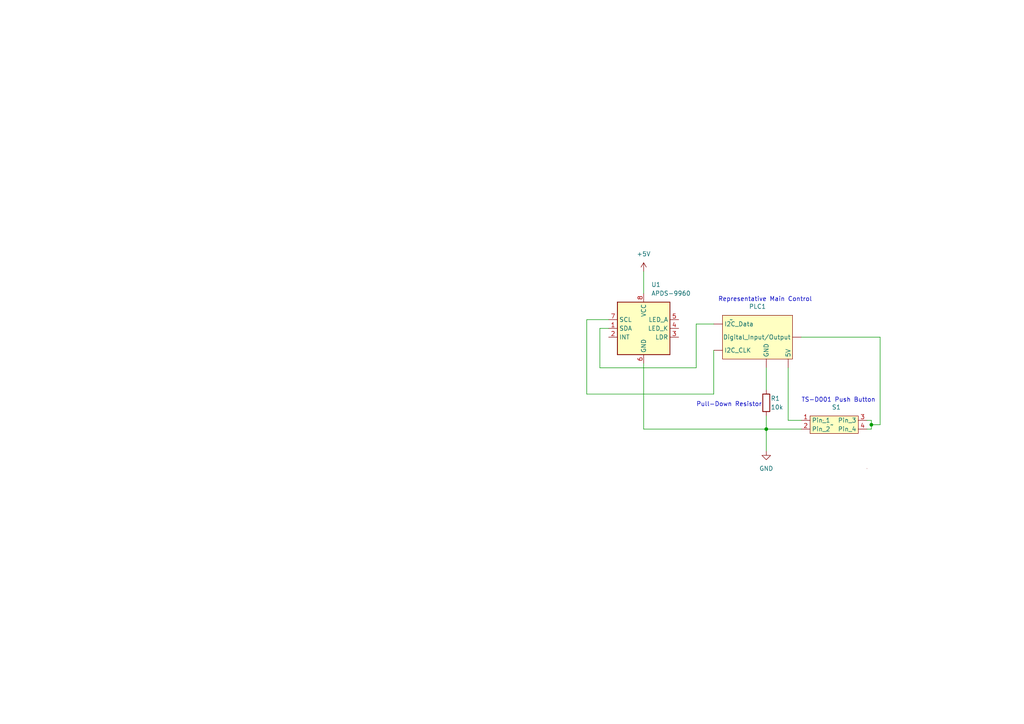
<source format=kicad_sch>
(kicad_sch (version 20230121) (generator eeschema)

  (uuid d0be9ae9-01d9-4942-ae0e-b4ab05aea61d)

  (paper "A4")

  (lib_symbols
    (symbol "Device:R" (pin_numbers hide) (pin_names (offset 0)) (in_bom yes) (on_board yes)
      (property "Reference" "R" (at 2.032 0 90)
        (effects (font (size 1.27 1.27)))
      )
      (property "Value" "R" (at 0 0 90)
        (effects (font (size 1.27 1.27)))
      )
      (property "Footprint" "" (at -1.778 0 90)
        (effects (font (size 1.27 1.27)) hide)
      )
      (property "Datasheet" "~" (at 0 0 0)
        (effects (font (size 1.27 1.27)) hide)
      )
      (property "ki_keywords" "R res resistor" (at 0 0 0)
        (effects (font (size 1.27 1.27)) hide)
      )
      (property "ki_description" "Resistor" (at 0 0 0)
        (effects (font (size 1.27 1.27)) hide)
      )
      (property "ki_fp_filters" "R_*" (at 0 0 0)
        (effects (font (size 1.27 1.27)) hide)
      )
      (symbol "R_0_1"
        (rectangle (start -1.016 -2.54) (end 1.016 2.54)
          (stroke (width 0.254) (type default))
          (fill (type none))
        )
      )
      (symbol "R_1_1"
        (pin passive line (at 0 3.81 270) (length 1.27)
          (name "~" (effects (font (size 1.27 1.27))))
          (number "1" (effects (font (size 1.27 1.27))))
        )
        (pin passive line (at 0 -3.81 90) (length 1.27)
          (name "~" (effects (font (size 1.27 1.27))))
          (number "2" (effects (font (size 1.27 1.27))))
        )
      )
    )
    (symbol "Sensor:APDS-9960" (in_bom yes) (on_board yes)
      (property "Reference" "U" (at -5.08 8.89 0)
        (effects (font (size 1.27 1.27)))
      )
      (property "Value" "APDS-9960" (at 6.35 8.89 0)
        (effects (font (size 1.27 1.27)))
      )
      (property "Footprint" "Sensor:Avago_APDS-9960" (at 0 5.969 0)
        (effects (font (size 1.27 1.27)) hide)
      )
      (property "Datasheet" "https://docs.broadcom.com/doc/AV02-4191EN" (at 0.127 -6.223 0)
        (effects (font (size 1.27 1.27)) hide)
      )
      (property "ki_keywords" "sensor gesture light rgb" (at 0 0 0)
        (effects (font (size 1.27 1.27)) hide)
      )
      (property "ki_description" "Digital Proximity, Ambient Light, RGB and Gesture Sensor" (at 0 0 0)
        (effects (font (size 1.27 1.27)) hide)
      )
      (property "ki_fp_filters" "Avago?APDS?9960*" (at 0 0 0)
        (effects (font (size 1.27 1.27)) hide)
      )
      (symbol "APDS-9960_0_1"
        (rectangle (start -7.62 7.62) (end 7.62 -7.62)
          (stroke (width 0.254) (type default))
          (fill (type background))
        )
      )
      (symbol "APDS-9960_1_1"
        (pin bidirectional line (at -10.16 0 0) (length 2.54)
          (name "SDA" (effects (font (size 1.27 1.27))))
          (number "1" (effects (font (size 1.27 1.27))))
        )
        (pin open_collector line (at -10.16 -2.54 0) (length 2.54)
          (name "INT" (effects (font (size 1.27 1.27))))
          (number "2" (effects (font (size 1.27 1.27))))
        )
        (pin passive line (at 10.16 -2.54 180) (length 2.54)
          (name "LDR" (effects (font (size 1.27 1.27))))
          (number "3" (effects (font (size 1.27 1.27))))
        )
        (pin passive line (at 10.16 0 180) (length 2.54)
          (name "LED_K" (effects (font (size 1.27 1.27))))
          (number "4" (effects (font (size 1.27 1.27))))
        )
        (pin passive line (at 10.16 2.54 180) (length 2.54)
          (name "LED_A" (effects (font (size 1.27 1.27))))
          (number "5" (effects (font (size 1.27 1.27))))
        )
        (pin power_in line (at 0 -10.16 90) (length 2.54)
          (name "GND" (effects (font (size 1.27 1.27))))
          (number "6" (effects (font (size 1.27 1.27))))
        )
        (pin input line (at -10.16 2.54 0) (length 2.54)
          (name "SCL" (effects (font (size 1.27 1.27))))
          (number "7" (effects (font (size 1.27 1.27))))
        )
        (pin power_in line (at 0 10.16 270) (length 2.54)
          (name "VCC" (effects (font (size 1.27 1.27))))
          (number "8" (effects (font (size 1.27 1.27))))
        )
      )
    )
    (symbol "StartSensorUpdate:Main_Control" (in_bom yes) (on_board yes)
      (property "Reference" "PLC" (at 0 3.81 0)
        (effects (font (size 1.27 1.27)))
      )
      (property "Value" "" (at 0 0 0)
        (effects (font (size 1.27 1.27)))
      )
      (property "Footprint" "" (at 0 0 0)
        (effects (font (size 1.27 1.27)) hide)
      )
      (property "Datasheet" "" (at 0 0 0)
        (effects (font (size 1.27 1.27)) hide)
      )
      (symbol "Main_Control_1_1"
        (rectangle (start -2.54 1.27) (end 17.78 -11.43)
          (stroke (width 0) (type default))
          (fill (type background))
        )
        (pin power_out line (at 16.51 -13.97 90) (length 2.54)
          (name "5V" (effects (font (size 1.27 1.27))))
          (number "" (effects (font (size 1.27 1.27))))
        )
        (pin input line (at 20.32 -5.08 180) (length 2.54)
          (name "Digital_Input/Output" (effects (font (size 1.27 1.27))))
          (number "" (effects (font (size 1.27 1.27))))
        )
        (pin power_out line (at 10.16 -13.97 90) (length 2.54)
          (name "GND" (effects (font (size 1.27 1.27))))
          (number "" (effects (font (size 1.27 1.27))))
        )
        (pin output line (at -5.08 -8.89 0) (length 2.54)
          (name "I2C_CLK" (effects (font (size 1.27 1.27))))
          (number "" (effects (font (size 1.27 1.27))))
        )
        (pin input line (at -5.08 -1.27 0) (length 2.54)
          (name "I2C_Data" (effects (font (size 1.27 1.27))))
          (number "" (effects (font (size 1.27 1.27))))
        )
      )
    )
    (symbol "StartSensorUpdate:TS-D001" (in_bom yes) (on_board yes)
      (property "Reference" "S" (at 0 3.81 0)
        (effects (font (size 1.27 1.27)))
      )
      (property "Value" "" (at 0 0 0)
        (effects (font (size 1.27 1.27)))
      )
      (property "Footprint" "" (at 0 0 0)
        (effects (font (size 1.27 1.27)) hide)
      )
      (property "Datasheet" "" (at 0 0 0)
        (effects (font (size 1.27 1.27)) hide)
      )
      (symbol "TS-D001_0_1"
        (rectangle (start -2.54 1.27) (end -2.54 1.27)
          (stroke (width 0) (type default))
          (fill (type none))
        )
        (rectangle (start -2.54 1.27) (end -2.54 1.27)
          (stroke (width 0) (type default))
          (fill (type none))
        )
        (rectangle (start -1.27 0) (end -1.27 0)
          (stroke (width 0) (type default))
          (fill (type none))
        )
      )
      (symbol "TS-D001_1_1"
        (rectangle (start -7.62 0) (end -7.62 0)
          (stroke (width 0) (type default))
          (fill (type none))
        )
        (rectangle (start -7.62 2.54) (end -7.62 2.54)
          (stroke (width 0) (type default))
          (fill (type none))
        )
        (rectangle (start -6.35 1.27) (end -6.35 1.27)
          (stroke (width 0) (type default))
          (fill (type background))
        )
        (rectangle (start -6.35 2.54) (end 7.62 -2.54)
          (stroke (width 0) (type default))
          (fill (type background))
        )
        (rectangle (start -5.08 1.27) (end -5.08 1.27)
          (stroke (width 0) (type default))
          (fill (type none))
        )
        (rectangle (start -5.08 1.27) (end -5.08 1.27)
          (stroke (width 0) (type default))
          (fill (type none))
        )
        (rectangle (start 10.16 -12.7) (end 10.16 -12.7)
          (stroke (width 0) (type default))
          (fill (type none))
        )
        (pin power_in line (at -8.89 1.27 0) (length 2.54)
          (name "Pin_1" (effects (font (size 1.27 1.27))))
          (number "1" (effects (font (size 1.27 1.27))))
        )
        (pin power_in line (at -8.89 -1.27 0) (length 2.54)
          (name "Pin_2" (effects (font (size 1.27 1.27))))
          (number "2" (effects (font (size 1.27 1.27))))
        )
        (pin power_out line (at 10.16 1.27 180) (length 2.54)
          (name "Pin_3" (effects (font (size 1.27 1.27))))
          (number "3" (effects (font (size 1.27 1.27))))
        )
        (pin power_out line (at 10.16 -1.27 180) (length 2.54)
          (name "Pin_4" (effects (font (size 1.27 1.27))))
          (number "4" (effects (font (size 1.27 1.27))))
        )
      )
    )
    (symbol "power:+5V" (power) (pin_names (offset 0)) (in_bom yes) (on_board yes)
      (property "Reference" "#PWR" (at 0 -3.81 0)
        (effects (font (size 1.27 1.27)) hide)
      )
      (property "Value" "+5V" (at 0 3.556 0)
        (effects (font (size 1.27 1.27)))
      )
      (property "Footprint" "" (at 0 0 0)
        (effects (font (size 1.27 1.27)) hide)
      )
      (property "Datasheet" "" (at 0 0 0)
        (effects (font (size 1.27 1.27)) hide)
      )
      (property "ki_keywords" "global power" (at 0 0 0)
        (effects (font (size 1.27 1.27)) hide)
      )
      (property "ki_description" "Power symbol creates a global label with name \"+5V\"" (at 0 0 0)
        (effects (font (size 1.27 1.27)) hide)
      )
      (symbol "+5V_0_1"
        (polyline
          (pts
            (xy -0.762 1.27)
            (xy 0 2.54)
          )
          (stroke (width 0) (type default))
          (fill (type none))
        )
        (polyline
          (pts
            (xy 0 0)
            (xy 0 2.54)
          )
          (stroke (width 0) (type default))
          (fill (type none))
        )
        (polyline
          (pts
            (xy 0 2.54)
            (xy 0.762 1.27)
          )
          (stroke (width 0) (type default))
          (fill (type none))
        )
      )
      (symbol "+5V_1_1"
        (pin power_in line (at 0 0 90) (length 0) hide
          (name "+5V" (effects (font (size 1.27 1.27))))
          (number "1" (effects (font (size 1.27 1.27))))
        )
      )
    )
    (symbol "power:GND" (power) (pin_names (offset 0)) (in_bom yes) (on_board yes)
      (property "Reference" "#PWR" (at 0 -6.35 0)
        (effects (font (size 1.27 1.27)) hide)
      )
      (property "Value" "GND" (at 0 -3.81 0)
        (effects (font (size 1.27 1.27)))
      )
      (property "Footprint" "" (at 0 0 0)
        (effects (font (size 1.27 1.27)) hide)
      )
      (property "Datasheet" "" (at 0 0 0)
        (effects (font (size 1.27 1.27)) hide)
      )
      (property "ki_keywords" "global power" (at 0 0 0)
        (effects (font (size 1.27 1.27)) hide)
      )
      (property "ki_description" "Power symbol creates a global label with name \"GND\" , ground" (at 0 0 0)
        (effects (font (size 1.27 1.27)) hide)
      )
      (symbol "GND_0_1"
        (polyline
          (pts
            (xy 0 0)
            (xy 0 -1.27)
            (xy 1.27 -1.27)
            (xy 0 -2.54)
            (xy -1.27 -1.27)
            (xy 0 -1.27)
          )
          (stroke (width 0) (type default))
          (fill (type none))
        )
      )
      (symbol "GND_1_1"
        (pin power_in line (at 0 0 270) (length 0) hide
          (name "GND" (effects (font (size 1.27 1.27))))
          (number "1" (effects (font (size 1.27 1.27))))
        )
      )
    )
  )

  (junction (at 222.25 124.46) (diameter 0) (color 0 0 0 0)
    (uuid e506a62c-5ea5-4247-9b47-449f8b06269a)
  )
  (junction (at 252.73 123.19) (diameter 0) (color 0 0 0 0)
    (uuid f77e8278-ec84-407c-8b55-ca2e692846fe)
  )

  (wire (pts (xy 252.73 123.19) (xy 252.73 124.46))
    (stroke (width 0) (type default))
    (uuid 02e93619-bc4c-43ba-81bd-c37b85dafd9a)
  )
  (wire (pts (xy 222.25 120.65) (xy 222.25 124.46))
    (stroke (width 0) (type default))
    (uuid 0b7b7cb2-58f0-474b-844d-ff6ca2e8aabb)
  )
  (wire (pts (xy 228.6 121.92) (xy 232.41 121.92))
    (stroke (width 0) (type default))
    (uuid 189fe4a5-566c-44e8-adf2-6be6f7df0fa9)
  )
  (wire (pts (xy 173.99 95.25) (xy 173.99 106.68))
    (stroke (width 0) (type default))
    (uuid 234dc539-1ff7-40a5-abca-55b273224695)
  )
  (wire (pts (xy 252.73 121.92) (xy 252.73 123.19))
    (stroke (width 0) (type default))
    (uuid 3cc618a5-fdcc-4965-b0c0-ea9d15000a09)
  )
  (wire (pts (xy 170.18 92.71) (xy 170.18 114.3))
    (stroke (width 0) (type default))
    (uuid 52cb4f7a-d28d-499b-a7e6-736ee34ff7dc)
  )
  (wire (pts (xy 170.18 114.3) (xy 207.01 114.3))
    (stroke (width 0) (type default))
    (uuid 55257cf6-a1d6-48f3-82e3-e7c708f64fac)
  )
  (wire (pts (xy 201.93 106.68) (xy 201.93 93.98))
    (stroke (width 0) (type default))
    (uuid 5cf1abdd-9f5e-4197-aac4-e86af948730d)
  )
  (wire (pts (xy 207.01 114.3) (xy 207.01 101.6))
    (stroke (width 0) (type default))
    (uuid 5f2d6dec-8aa4-4f27-8819-1cebfb54dc08)
  )
  (wire (pts (xy 186.69 78.74) (xy 186.69 85.09))
    (stroke (width 0) (type default))
    (uuid 63d3cead-8da7-4f65-ac8e-1ca138148455)
  )
  (wire (pts (xy 232.41 97.79) (xy 255.27 97.79))
    (stroke (width 0) (type default))
    (uuid 65a65454-ed67-4b86-b473-78866ce8d6fd)
  )
  (wire (pts (xy 252.73 121.92) (xy 251.46 121.92))
    (stroke (width 0) (type default))
    (uuid 67cbed44-69d5-4481-8ea1-73df7a1092a1)
  )
  (wire (pts (xy 222.25 106.68) (xy 222.25 113.03))
    (stroke (width 0) (type default))
    (uuid 6c1c90a4-9679-47f3-9ce0-e16a4c419cbf)
  )
  (wire (pts (xy 176.53 92.71) (xy 170.18 92.71))
    (stroke (width 0) (type default))
    (uuid 703837e7-01b9-4e23-9127-0215e4e4b2f1)
  )
  (wire (pts (xy 173.99 106.68) (xy 201.93 106.68))
    (stroke (width 0) (type default))
    (uuid 71d62263-bded-4e34-a29b-f2c860fab023)
  )
  (wire (pts (xy 201.93 93.98) (xy 207.01 93.98))
    (stroke (width 0) (type default))
    (uuid 728154e1-1213-4d1e-9503-78f50c9dbcbc)
  )
  (wire (pts (xy 176.53 95.25) (xy 173.99 95.25))
    (stroke (width 0) (type default))
    (uuid 7393eed8-55e6-4e12-ad87-8fa9856a4b85)
  )
  (wire (pts (xy 255.27 97.79) (xy 255.27 123.19))
    (stroke (width 0) (type default))
    (uuid 85648e6c-6fd2-4985-9cbd-95bab8260a66)
  )
  (wire (pts (xy 228.6 106.68) (xy 228.6 121.92))
    (stroke (width 0) (type default))
    (uuid 8cabdd67-20b2-4769-b41f-86e25206ff99)
  )
  (wire (pts (xy 255.27 123.19) (xy 252.73 123.19))
    (stroke (width 0) (type default))
    (uuid a24721f2-586c-47d9-8004-87ec34b01048)
  )
  (wire (pts (xy 222.25 124.46) (xy 232.41 124.46))
    (stroke (width 0) (type default))
    (uuid a608c224-4f33-4b88-9ae0-44904608b67a)
  )
  (wire (pts (xy 252.73 124.46) (xy 251.46 124.46))
    (stroke (width 0) (type default))
    (uuid ace769a9-6d15-4833-96eb-17e41551fcca)
  )
  (wire (pts (xy 222.25 124.46) (xy 222.25 130.81))
    (stroke (width 0) (type default))
    (uuid b2389092-b2b4-4d13-85f7-4105ff0212eb)
  )
  (wire (pts (xy 186.69 105.41) (xy 186.69 124.46))
    (stroke (width 0) (type default))
    (uuid d4abe480-e578-4ba2-9d3f-8cd7a45cc14a)
  )
  (wire (pts (xy 186.69 124.46) (xy 222.25 124.46))
    (stroke (width 0) (type default))
    (uuid f939fbc8-9fa3-4e0b-ac9b-2f4ea15e937f)
  )

  (text "Representative Main Control\n" (at 208.28 87.63 0)
    (effects (font (size 1.27 1.27)) (justify left bottom))
    (uuid 0c4d9d8f-e508-4c8c-b915-ba59621abcc8)
  )
  (text "Pull-Down Resistor" (at 201.93 118.11 0)
    (effects (font (size 1.27 1.27)) (justify left bottom))
    (uuid a262c4b5-177c-48da-9189-1be4a4d1f83a)
  )
  (text "TS-D001 Push Button\n" (at 232.41 116.84 0)
    (effects (font (size 1.27 1.27)) (justify left bottom))
    (uuid f14fc53b-a30e-4f78-b84d-9bdc1ad0bb20)
  )

  (symbol (lib_id "StartSensorUpdate:TS-D001") (at 241.3 123.19 0) (unit 1)
    (in_bom yes) (on_board yes) (dnp no) (fields_autoplaced)
    (uuid 32a93b94-0c34-4d8f-84ae-2814cd4ea3c8)
    (property "Reference" "S1" (at 242.57 118.11 0)
      (effects (font (size 1.27 1.27)))
    )
    (property "Value" "~" (at 241.3 123.19 0)
      (effects (font (size 1.27 1.27)))
    )
    (property "Footprint" "" (at 241.3 123.19 0)
      (effects (font (size 1.27 1.27)) hide)
    )
    (property "Datasheet" "" (at 241.3 123.19 0)
      (effects (font (size 1.27 1.27)) hide)
    )
    (pin "1" (uuid 0bd8ac13-2f8b-4c41-9331-5a57ee5a8a33))
    (pin "2" (uuid 5e6d9638-0a14-4237-81ee-8e5f9b7abde5))
    (pin "3" (uuid 3b89734c-4e63-4ab0-a7d2-086ac6a83dd2))
    (pin "4" (uuid cd894684-8b04-4f59-9eea-c1b6095409f2))
    (instances
      (project "Start Sensor Diagram"
        (path "/d0be9ae9-01d9-4942-ae0e-b4ab05aea61d"
          (reference "S1") (unit 1)
        )
      )
    )
  )

  (symbol (lib_id "power:+5V") (at 186.69 78.74 0) (unit 1)
    (in_bom yes) (on_board yes) (dnp no) (fields_autoplaced)
    (uuid 448daa17-bc26-437c-a048-ff816dda817a)
    (property "Reference" "#PWR01" (at 186.69 82.55 0)
      (effects (font (size 1.27 1.27)) hide)
    )
    (property "Value" "+5V" (at 186.69 73.66 0)
      (effects (font (size 1.27 1.27)))
    )
    (property "Footprint" "" (at 186.69 78.74 0)
      (effects (font (size 1.27 1.27)) hide)
    )
    (property "Datasheet" "" (at 186.69 78.74 0)
      (effects (font (size 1.27 1.27)) hide)
    )
    (pin "1" (uuid 4dd8f87c-3644-40e4-b50a-25ca9579b52a))
    (instances
      (project "Start Sensor Diagram"
        (path "/d0be9ae9-01d9-4942-ae0e-b4ab05aea61d"
          (reference "#PWR01") (unit 1)
        )
      )
    )
  )

  (symbol (lib_id "power:GND") (at 222.25 130.81 0) (unit 1)
    (in_bom yes) (on_board yes) (dnp no) (fields_autoplaced)
    (uuid 468a7962-75fa-421e-a6cc-805280a6a7b5)
    (property "Reference" "#PWR02" (at 222.25 137.16 0)
      (effects (font (size 1.27 1.27)) hide)
    )
    (property "Value" "GND" (at 222.25 135.89 0)
      (effects (font (size 1.27 1.27)))
    )
    (property "Footprint" "" (at 222.25 130.81 0)
      (effects (font (size 1.27 1.27)) hide)
    )
    (property "Datasheet" "" (at 222.25 130.81 0)
      (effects (font (size 1.27 1.27)) hide)
    )
    (pin "1" (uuid 161b8164-1821-4f98-ac4b-3672374bacc6))
    (instances
      (project "Start Sensor Diagram"
        (path "/d0be9ae9-01d9-4942-ae0e-b4ab05aea61d"
          (reference "#PWR02") (unit 1)
        )
      )
    )
  )

  (symbol (lib_id "Sensor:APDS-9960") (at 186.69 95.25 0) (unit 1)
    (in_bom yes) (on_board yes) (dnp no) (fields_autoplaced)
    (uuid c9234393-c6e5-44d9-99a2-89357f37808d)
    (property "Reference" "U1" (at 188.8841 82.55 0)
      (effects (font (size 1.27 1.27)) (justify left))
    )
    (property "Value" "APDS-9960" (at 188.8841 85.09 0)
      (effects (font (size 1.27 1.27)) (justify left))
    )
    (property "Footprint" "Sensor:Avago_APDS-9960" (at 186.69 89.281 0)
      (effects (font (size 1.27 1.27)) hide)
    )
    (property "Datasheet" "https://docs.broadcom.com/doc/AV02-4191EN" (at 186.817 101.473 0)
      (effects (font (size 1.27 1.27)) hide)
    )
    (pin "1" (uuid ca2fa7d2-ff75-46c7-b993-1719c87d302e))
    (pin "2" (uuid a7d94821-b46d-46a0-912a-d94a795a36fe))
    (pin "3" (uuid e5db4a62-3057-4c4d-a177-681b628b64c4))
    (pin "4" (uuid 81494cc6-9550-4979-a7c6-e063ee5353f2))
    (pin "5" (uuid 221e30ca-4acf-4acf-89f8-1185227ffd48))
    (pin "6" (uuid 1f772909-8231-4179-89ac-5d9b8122ad25))
    (pin "7" (uuid 32c996fd-cee4-4d6b-a69a-23d38bf76105))
    (pin "8" (uuid 42b4a8f4-fe4b-4f18-a828-40a91417b478))
    (instances
      (project "Start Sensor Diagram"
        (path "/d0be9ae9-01d9-4942-ae0e-b4ab05aea61d"
          (reference "U1") (unit 1)
        )
      )
    )
  )

  (symbol (lib_id "StartSensorUpdate:Main_Control") (at 212.09 92.71 0) (unit 1)
    (in_bom yes) (on_board yes) (dnp no) (fields_autoplaced)
    (uuid d384139a-1297-4765-8930-40a8a5a8a5fd)
    (property "Reference" "PLC1" (at 219.71 88.9 0)
      (effects (font (size 1.27 1.27)))
    )
    (property "Value" "~" (at 212.09 92.71 0)
      (effects (font (size 1.27 1.27)))
    )
    (property "Footprint" "" (at 212.09 92.71 0)
      (effects (font (size 1.27 1.27)) hide)
    )
    (property "Datasheet" "" (at 212.09 92.71 0)
      (effects (font (size 1.27 1.27)) hide)
    )
    (pin "" (uuid 8254ca50-e391-471a-9453-77874e7e8ee8))
    (pin "" (uuid 8254ca50-e391-471a-9453-77874e7e8ee8))
    (pin "" (uuid 8254ca50-e391-471a-9453-77874e7e8ee8))
    (pin "" (uuid 8254ca50-e391-471a-9453-77874e7e8ee8))
    (pin "" (uuid 8254ca50-e391-471a-9453-77874e7e8ee8))
    (instances
      (project "Start Sensor Diagram"
        (path "/d0be9ae9-01d9-4942-ae0e-b4ab05aea61d"
          (reference "PLC1") (unit 1)
        )
      )
    )
  )

  (symbol (lib_id "Device:R") (at 222.25 116.84 0) (unit 1)
    (in_bom yes) (on_board yes) (dnp no)
    (uuid ed15f3af-ab13-4d8f-bc93-f38490124883)
    (property "Reference" "R1" (at 223.52 115.57 0)
      (effects (font (size 1.27 1.27)) (justify left))
    )
    (property "Value" "10k" (at 223.52 118.11 0)
      (effects (font (size 1.27 1.27)) (justify left))
    )
    (property "Footprint" "" (at 220.472 116.84 90)
      (effects (font (size 1.27 1.27)) hide)
    )
    (property "Datasheet" "~" (at 222.25 116.84 0)
      (effects (font (size 1.27 1.27)) hide)
    )
    (pin "1" (uuid bf0b1454-53ed-4bbf-8081-6fe82ecb3115))
    (pin "2" (uuid f1314294-5241-445d-bf93-fd86ca45f9d6))
    (instances
      (project "Start Sensor Diagram"
        (path "/d0be9ae9-01d9-4942-ae0e-b4ab05aea61d"
          (reference "R1") (unit 1)
        )
      )
    )
  )

  (sheet_instances
    (path "/" (page "1"))
  )
)

</source>
